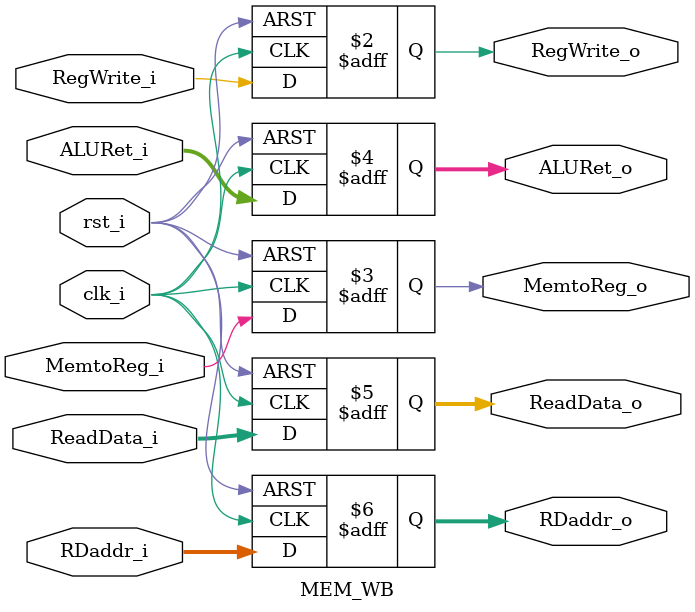
<source format=v>
module MEM_WB
(
    clk_i,
    rst_i,
    RegWrite_i,
    MemtoReg_i,
    ALURet_i,
    ReadData_i,
    RDaddr_i,

    RegWrite_o,
    MemtoReg_o,
    ALURet_o,
    ReadData_o,
    RDaddr_o,
);

input            clk_i;
input            rst_i;
input            RegWrite_i;
input            MemtoReg_i;
input   [31:0]   ALURet_i;
input   [31:0]   ReadData_i;
input   [4:0]    RDaddr_i;

output           RegWrite_o;
output           MemtoReg_o;
output  [31:0]   ALURet_o;
output  [31:0]   ReadData_o;
output  [4:0]    RDaddr_o;

reg              RegWrite_o;
reg              MemtoReg_o;
reg     [31:0]   ALURet_o;
reg     [31:0]   ReadData_o;
reg     [4:0]    RDaddr_o;

always@(posedge clk_i or posedge rst_i) begin
    if(rst_i) begin
        RegWrite_o <= 1'b0;
        MemtoReg_o <= 1'b0;
        ALURet_o <= 32'b0;
        ReadData_o <= 32'b0;
        RDaddr_o <= 5'b0;
    end  
    else begin
        RegWrite_o <= RegWrite_i;
        MemtoReg_o <= MemtoReg_i;
        ALURet_o <= ALURet_i;
        ReadData_o <= ReadData_i;
        RDaddr_o <= RDaddr_i;
    end
end

endmodule
</source>
